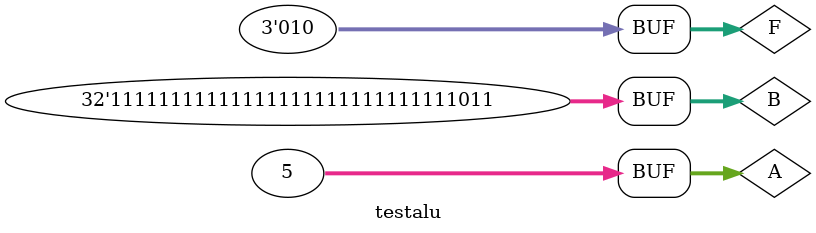
<source format=sv>
module testalu();
    logic signed [31:0] A, B;
    logic [2:0] F;
    logic signed [31:0] Y;
    logic zero;
    alu dut(A,B,F,Y,zero);

    initial begin

    #20; A=0; B=0; F=0;
	#10; A=32'd4; B=-32'd5; F=3'b110;
	#10; A=32'd4; B=-32'd5; F=3'b111;
	#10; A=32'd4; B=-32'd5; F=3'b010;
    #10; A=32'd5; B=-32'd5; F=3'b010;
    end
endmodule
</source>
